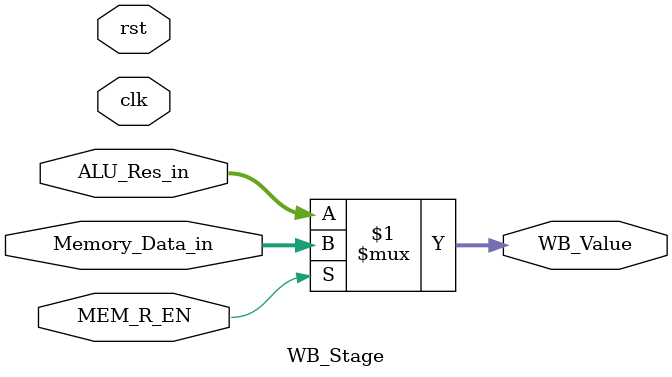
<source format=v>
module WB_Stage(clk, rst, ALU_Res_in, Memory_Data_in, MEM_R_EN, WB_Value);
  input clk, rst, MEM_R_EN;
  input[31:0] ALU_Res_in, Memory_Data_in;
  output[31:0] WB_Value;
  
  assign WB_Value = (MEM_R_EN)? Memory_Data_in: ALU_Res_in;
endmodule

</source>
